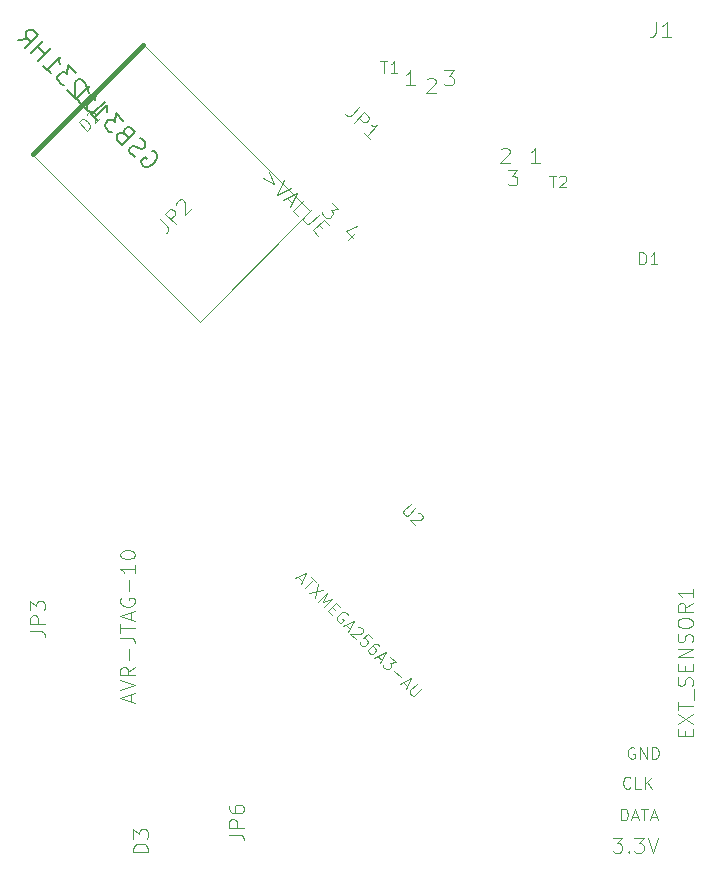
<source format=gbo>
%FSLAX34Y34*%
G04 Gerber Fmt 3.4, Leading zero omitted, Abs format*
G04 (created by PCBNEW (2014-03-19 BZR 4756)-product) date Sat 09 Aug 2014 12:53:28 PM PDT*
%MOIN*%
G01*
G70*
G90*
G04 APERTURE LIST*
%ADD10C,0.005906*%
%ADD11C,0.003937*%
%ADD12C,0.015748*%
%ADD13C,0.003500*%
G04 APERTURE END LIST*
G54D10*
G54D11*
X47375Y-35301D02*
X52943Y-40869D01*
X52943Y-40869D02*
X56617Y-37194D01*
X56617Y-37194D02*
X51049Y-31627D01*
G54D12*
X47383Y-35293D02*
X51041Y-31635D01*
G54D13*
X49172Y-34504D02*
X48894Y-34226D01*
X48960Y-34159D01*
X49013Y-34133D01*
X49066Y-34133D01*
X49106Y-34146D01*
X49172Y-34186D01*
X49212Y-34226D01*
X49251Y-34292D01*
X49265Y-34332D01*
X49265Y-34385D01*
X49238Y-34438D01*
X49172Y-34504D01*
X49185Y-33987D02*
X49185Y-33961D01*
X49198Y-33921D01*
X49265Y-33855D01*
X49304Y-33841D01*
X49331Y-33841D01*
X49371Y-33855D01*
X49397Y-33881D01*
X49424Y-33934D01*
X49424Y-34252D01*
X49596Y-34080D01*
G54D10*
X49759Y-33554D02*
X49421Y-33892D01*
X49361Y-33911D01*
X49321Y-33911D01*
X49262Y-33892D01*
X49182Y-33812D01*
X49162Y-33752D01*
X49162Y-33713D01*
X49182Y-33653D01*
X49520Y-33315D01*
X48685Y-33315D02*
X48924Y-33554D01*
X48804Y-33434D02*
X49222Y-33017D01*
X49202Y-33116D01*
X49202Y-33196D01*
X49222Y-33255D01*
X51340Y-35174D02*
X51399Y-35194D01*
X51459Y-35254D01*
X51499Y-35333D01*
X51499Y-35413D01*
X51479Y-35472D01*
X51419Y-35572D01*
X51360Y-35632D01*
X51260Y-35691D01*
X51201Y-35711D01*
X51121Y-35711D01*
X51042Y-35671D01*
X51002Y-35632D01*
X50962Y-35552D01*
X50962Y-35512D01*
X51101Y-35373D01*
X51181Y-35453D01*
X50783Y-35373D02*
X50703Y-35333D01*
X50604Y-35234D01*
X50584Y-35174D01*
X50584Y-35134D01*
X50604Y-35075D01*
X50644Y-35035D01*
X50703Y-35015D01*
X50743Y-35015D01*
X50803Y-35035D01*
X50902Y-35095D01*
X50962Y-35115D01*
X51002Y-35115D01*
X51061Y-35095D01*
X51101Y-35055D01*
X51121Y-34995D01*
X51121Y-34955D01*
X51101Y-34896D01*
X51002Y-34796D01*
X50922Y-34757D01*
X50425Y-34617D02*
X50346Y-34578D01*
X50306Y-34578D01*
X50246Y-34598D01*
X50186Y-34657D01*
X50167Y-34717D01*
X50167Y-34757D01*
X50186Y-34816D01*
X50346Y-34975D01*
X50763Y-34558D01*
X50624Y-34419D01*
X50564Y-34399D01*
X50525Y-34399D01*
X50465Y-34419D01*
X50425Y-34458D01*
X50405Y-34518D01*
X50405Y-34558D01*
X50425Y-34617D01*
X50564Y-34757D01*
X50385Y-34180D02*
X50127Y-33921D01*
X50107Y-34220D01*
X50047Y-34160D01*
X49988Y-34140D01*
X49948Y-34140D01*
X49888Y-34160D01*
X49789Y-34259D01*
X49769Y-34319D01*
X49769Y-34359D01*
X49789Y-34419D01*
X49908Y-34538D01*
X49968Y-34558D01*
X50007Y-34558D01*
X49312Y-33941D02*
X49550Y-34180D01*
X49431Y-34061D02*
X49848Y-33643D01*
X49829Y-33742D01*
X49829Y-33822D01*
X49848Y-33882D01*
X48914Y-33544D02*
X49152Y-33782D01*
X49033Y-33663D02*
X49451Y-33245D01*
X49431Y-33345D01*
X49431Y-33424D01*
X49451Y-33484D01*
X49133Y-33007D02*
X49133Y-32967D01*
X49113Y-32907D01*
X49013Y-32808D01*
X48954Y-32788D01*
X48914Y-32788D01*
X48854Y-32808D01*
X48814Y-32848D01*
X48775Y-32927D01*
X48775Y-33404D01*
X48516Y-33146D01*
X48795Y-32589D02*
X48536Y-32331D01*
X48516Y-32629D01*
X48456Y-32569D01*
X48397Y-32549D01*
X48357Y-32549D01*
X48297Y-32569D01*
X48198Y-32669D01*
X48178Y-32728D01*
X48178Y-32768D01*
X48198Y-32828D01*
X48317Y-32947D01*
X48377Y-32967D01*
X48417Y-32967D01*
X47721Y-32351D02*
X47959Y-32589D01*
X47840Y-32470D02*
X48258Y-32052D01*
X48238Y-32152D01*
X48238Y-32231D01*
X48258Y-32291D01*
X47542Y-32172D02*
X47959Y-31754D01*
X47761Y-31953D02*
X47522Y-31714D01*
X47303Y-31933D02*
X47721Y-31515D01*
X46866Y-31495D02*
X47204Y-31436D01*
X47104Y-31734D02*
X47522Y-31316D01*
X47363Y-31157D01*
X47303Y-31138D01*
X47263Y-31138D01*
X47204Y-31157D01*
X47144Y-31217D01*
X47124Y-31277D01*
X47124Y-31316D01*
X47144Y-31376D01*
X47303Y-31535D01*
G54D13*
X59959Y-46936D02*
X59730Y-47165D01*
X59717Y-47206D01*
X59717Y-47233D01*
X59730Y-47273D01*
X59784Y-47327D01*
X59824Y-47340D01*
X59851Y-47340D01*
X59892Y-47327D01*
X60121Y-47098D01*
X60215Y-47246D02*
X60242Y-47246D01*
X60282Y-47260D01*
X60350Y-47327D01*
X60363Y-47367D01*
X60363Y-47394D01*
X60350Y-47435D01*
X60323Y-47462D01*
X60269Y-47489D01*
X59946Y-47489D01*
X60121Y-47664D01*
X56214Y-49379D02*
X56349Y-49514D01*
X56107Y-49433D02*
X56484Y-49245D01*
X56295Y-49622D01*
X56632Y-49393D02*
X56793Y-49555D01*
X56430Y-49757D02*
X56713Y-49474D01*
X56861Y-49622D02*
X56766Y-50093D01*
X57049Y-49810D02*
X56578Y-49905D01*
X56874Y-50201D02*
X57157Y-49918D01*
X57049Y-50214D01*
X57346Y-50107D01*
X57063Y-50390D01*
X57346Y-50376D02*
X57440Y-50470D01*
X57332Y-50659D02*
X57197Y-50524D01*
X57480Y-50241D01*
X57615Y-50376D01*
X57871Y-50659D02*
X57857Y-50619D01*
X57817Y-50578D01*
X57763Y-50551D01*
X57709Y-50551D01*
X57669Y-50565D01*
X57602Y-50605D01*
X57561Y-50645D01*
X57521Y-50713D01*
X57507Y-50753D01*
X57507Y-50807D01*
X57534Y-50861D01*
X57561Y-50888D01*
X57615Y-50915D01*
X57642Y-50915D01*
X57736Y-50821D01*
X57682Y-50767D01*
X57804Y-50969D02*
X57938Y-51103D01*
X57696Y-51023D02*
X58073Y-50834D01*
X57884Y-51211D01*
X58221Y-51036D02*
X58248Y-51036D01*
X58288Y-51050D01*
X58356Y-51117D01*
X58369Y-51157D01*
X58369Y-51184D01*
X58356Y-51225D01*
X58329Y-51252D01*
X58275Y-51279D01*
X57952Y-51279D01*
X58127Y-51454D01*
X58666Y-51427D02*
X58531Y-51292D01*
X58383Y-51413D01*
X58410Y-51413D01*
X58450Y-51427D01*
X58517Y-51494D01*
X58531Y-51534D01*
X58531Y-51561D01*
X58517Y-51602D01*
X58450Y-51669D01*
X58410Y-51683D01*
X58383Y-51683D01*
X58342Y-51669D01*
X58275Y-51602D01*
X58262Y-51561D01*
X58262Y-51534D01*
X58921Y-51683D02*
X58868Y-51629D01*
X58827Y-51615D01*
X58800Y-51615D01*
X58733Y-51629D01*
X58666Y-51669D01*
X58558Y-51777D01*
X58544Y-51817D01*
X58544Y-51844D01*
X58558Y-51885D01*
X58612Y-51938D01*
X58652Y-51952D01*
X58679Y-51952D01*
X58719Y-51938D01*
X58787Y-51871D01*
X58800Y-51831D01*
X58800Y-51804D01*
X58787Y-51763D01*
X58733Y-51710D01*
X58693Y-51696D01*
X58666Y-51696D01*
X58625Y-51710D01*
X58854Y-52019D02*
X58989Y-52154D01*
X58746Y-52073D02*
X59124Y-51885D01*
X58935Y-52262D01*
X59285Y-52046D02*
X59460Y-52221D01*
X59258Y-52235D01*
X59299Y-52275D01*
X59312Y-52316D01*
X59312Y-52343D01*
X59299Y-52383D01*
X59231Y-52450D01*
X59191Y-52464D01*
X59164Y-52464D01*
X59124Y-52450D01*
X59043Y-52369D01*
X59029Y-52329D01*
X59029Y-52302D01*
X59406Y-52518D02*
X59622Y-52733D01*
X59716Y-52881D02*
X59851Y-53016D01*
X59608Y-52935D02*
X59986Y-52747D01*
X59797Y-53124D01*
X60174Y-52935D02*
X59945Y-53164D01*
X59932Y-53205D01*
X59932Y-53231D01*
X59945Y-53272D01*
X59999Y-53326D01*
X60039Y-53339D01*
X60066Y-53339D01*
X60107Y-53326D01*
X60336Y-53097D01*
X69098Y-54684D02*
X69098Y-54517D01*
X69360Y-54446D02*
X69360Y-54684D01*
X68860Y-54684D01*
X68860Y-54446D01*
X68860Y-54279D02*
X69360Y-53946D01*
X68860Y-53946D02*
X69360Y-54279D01*
X68860Y-53827D02*
X68860Y-53541D01*
X69360Y-53684D02*
X68860Y-53684D01*
X69407Y-53494D02*
X69407Y-53113D01*
X69336Y-53017D02*
X69360Y-52946D01*
X69360Y-52827D01*
X69336Y-52779D01*
X69312Y-52755D01*
X69264Y-52732D01*
X69217Y-52732D01*
X69169Y-52755D01*
X69145Y-52779D01*
X69121Y-52827D01*
X69098Y-52922D01*
X69074Y-52970D01*
X69050Y-52994D01*
X69002Y-53017D01*
X68955Y-53017D01*
X68907Y-52994D01*
X68883Y-52970D01*
X68860Y-52922D01*
X68860Y-52803D01*
X68883Y-52732D01*
X69098Y-52517D02*
X69098Y-52351D01*
X69360Y-52279D02*
X69360Y-52517D01*
X68860Y-52517D01*
X68860Y-52279D01*
X69360Y-52065D02*
X68860Y-52065D01*
X69360Y-51779D01*
X68860Y-51779D01*
X69336Y-51565D02*
X69360Y-51494D01*
X69360Y-51375D01*
X69336Y-51327D01*
X69312Y-51303D01*
X69264Y-51279D01*
X69217Y-51279D01*
X69169Y-51303D01*
X69145Y-51327D01*
X69121Y-51375D01*
X69098Y-51470D01*
X69074Y-51517D01*
X69050Y-51541D01*
X69002Y-51565D01*
X68955Y-51565D01*
X68907Y-51541D01*
X68883Y-51517D01*
X68860Y-51470D01*
X68860Y-51351D01*
X68883Y-51279D01*
X68860Y-50970D02*
X68860Y-50875D01*
X68883Y-50827D01*
X68931Y-50779D01*
X69026Y-50755D01*
X69193Y-50755D01*
X69288Y-50779D01*
X69336Y-50827D01*
X69360Y-50875D01*
X69360Y-50970D01*
X69336Y-51017D01*
X69288Y-51065D01*
X69193Y-51089D01*
X69026Y-51089D01*
X68931Y-51065D01*
X68883Y-51017D01*
X68860Y-50970D01*
X69360Y-50255D02*
X69121Y-50422D01*
X69360Y-50541D02*
X68860Y-50541D01*
X68860Y-50351D01*
X68883Y-50303D01*
X68907Y-50279D01*
X68955Y-50255D01*
X69026Y-50255D01*
X69074Y-50279D01*
X69098Y-50303D01*
X69121Y-50351D01*
X69121Y-50541D01*
X69360Y-49779D02*
X69360Y-50065D01*
X69360Y-49922D02*
X68860Y-49922D01*
X68931Y-49970D01*
X68979Y-50017D01*
X69002Y-50065D01*
X66974Y-57499D02*
X66974Y-57109D01*
X67066Y-57109D01*
X67122Y-57127D01*
X67159Y-57164D01*
X67178Y-57202D01*
X67196Y-57276D01*
X67196Y-57332D01*
X67178Y-57406D01*
X67159Y-57443D01*
X67122Y-57480D01*
X67066Y-57499D01*
X66974Y-57499D01*
X67345Y-57387D02*
X67531Y-57387D01*
X67308Y-57499D02*
X67438Y-57109D01*
X67568Y-57499D01*
X67642Y-57109D02*
X67865Y-57109D01*
X67754Y-57499D02*
X67754Y-57109D01*
X67976Y-57387D02*
X68162Y-57387D01*
X67939Y-57499D02*
X68069Y-57109D01*
X68199Y-57499D01*
X67287Y-56399D02*
X67268Y-56417D01*
X67213Y-56436D01*
X67176Y-56436D01*
X67120Y-56417D01*
X67083Y-56380D01*
X67064Y-56343D01*
X67046Y-56269D01*
X67046Y-56213D01*
X67064Y-56139D01*
X67083Y-56101D01*
X67120Y-56064D01*
X67176Y-56046D01*
X67213Y-56046D01*
X67268Y-56064D01*
X67287Y-56083D01*
X67640Y-56436D02*
X67454Y-56436D01*
X67454Y-56046D01*
X67770Y-56436D02*
X67770Y-56046D01*
X67993Y-56436D02*
X67826Y-56213D01*
X67993Y-56046D02*
X67770Y-56269D01*
X67419Y-55080D02*
X67382Y-55062D01*
X67326Y-55062D01*
X67270Y-55080D01*
X67233Y-55117D01*
X67215Y-55154D01*
X67196Y-55229D01*
X67196Y-55284D01*
X67215Y-55359D01*
X67233Y-55396D01*
X67270Y-55433D01*
X67326Y-55452D01*
X67363Y-55452D01*
X67419Y-55433D01*
X67437Y-55414D01*
X67437Y-55284D01*
X67363Y-55284D01*
X67605Y-55452D02*
X67605Y-55062D01*
X67827Y-55452D01*
X67827Y-55062D01*
X68013Y-55452D02*
X68013Y-55062D01*
X68106Y-55062D01*
X68162Y-55080D01*
X68199Y-55117D01*
X68217Y-55154D01*
X68236Y-55229D01*
X68236Y-55284D01*
X68217Y-55359D01*
X68199Y-55396D01*
X68162Y-55433D01*
X68106Y-55452D01*
X68013Y-55452D01*
X66702Y-58072D02*
X67012Y-58072D01*
X66845Y-58263D01*
X66917Y-58263D01*
X66964Y-58286D01*
X66988Y-58310D01*
X67012Y-58358D01*
X67012Y-58477D01*
X66988Y-58525D01*
X66964Y-58548D01*
X66917Y-58572D01*
X66774Y-58572D01*
X66726Y-58548D01*
X66702Y-58525D01*
X67226Y-58525D02*
X67250Y-58548D01*
X67226Y-58572D01*
X67202Y-58548D01*
X67226Y-58525D01*
X67226Y-58572D01*
X67417Y-58072D02*
X67726Y-58072D01*
X67559Y-58263D01*
X67631Y-58263D01*
X67679Y-58286D01*
X67702Y-58310D01*
X67726Y-58358D01*
X67726Y-58477D01*
X67702Y-58525D01*
X67679Y-58548D01*
X67631Y-58572D01*
X67488Y-58572D01*
X67440Y-58548D01*
X67417Y-58525D01*
X67869Y-58072D02*
X68036Y-58572D01*
X68202Y-58072D01*
X47276Y-51186D02*
X47633Y-51186D01*
X47704Y-51210D01*
X47752Y-51258D01*
X47776Y-51329D01*
X47776Y-51377D01*
X47776Y-50948D02*
X47276Y-50948D01*
X47276Y-50758D01*
X47300Y-50710D01*
X47323Y-50686D01*
X47371Y-50662D01*
X47442Y-50662D01*
X47490Y-50686D01*
X47514Y-50710D01*
X47538Y-50758D01*
X47538Y-50948D01*
X47276Y-50496D02*
X47276Y-50186D01*
X47466Y-50353D01*
X47466Y-50281D01*
X47490Y-50234D01*
X47514Y-50210D01*
X47561Y-50186D01*
X47680Y-50186D01*
X47728Y-50210D01*
X47752Y-50234D01*
X47776Y-50281D01*
X47776Y-50424D01*
X47752Y-50472D01*
X47728Y-50496D01*
X50633Y-53543D02*
X50633Y-53305D01*
X50776Y-53591D02*
X50276Y-53424D01*
X50776Y-53258D01*
X50276Y-53162D02*
X50776Y-52996D01*
X50276Y-52829D01*
X50776Y-52377D02*
X50538Y-52543D01*
X50776Y-52662D02*
X50276Y-52662D01*
X50276Y-52472D01*
X50300Y-52424D01*
X50323Y-52400D01*
X50371Y-52377D01*
X50442Y-52377D01*
X50490Y-52400D01*
X50514Y-52424D01*
X50538Y-52472D01*
X50538Y-52662D01*
X50585Y-52162D02*
X50585Y-51781D01*
X50276Y-51400D02*
X50633Y-51400D01*
X50704Y-51424D01*
X50752Y-51472D01*
X50776Y-51543D01*
X50776Y-51591D01*
X50276Y-51234D02*
X50276Y-50948D01*
X50776Y-51091D02*
X50276Y-51091D01*
X50633Y-50805D02*
X50633Y-50567D01*
X50776Y-50853D02*
X50276Y-50686D01*
X50776Y-50520D01*
X50300Y-50091D02*
X50276Y-50139D01*
X50276Y-50210D01*
X50300Y-50281D01*
X50347Y-50329D01*
X50395Y-50353D01*
X50490Y-50377D01*
X50561Y-50377D01*
X50657Y-50353D01*
X50704Y-50329D01*
X50752Y-50281D01*
X50776Y-50210D01*
X50776Y-50162D01*
X50752Y-50091D01*
X50728Y-50067D01*
X50561Y-50067D01*
X50561Y-50162D01*
X50585Y-49853D02*
X50585Y-49472D01*
X50776Y-48972D02*
X50776Y-49258D01*
X50776Y-49115D02*
X50276Y-49115D01*
X50347Y-49162D01*
X50395Y-49210D01*
X50419Y-49258D01*
X50276Y-48662D02*
X50276Y-48615D01*
X50300Y-48567D01*
X50323Y-48543D01*
X50371Y-48520D01*
X50466Y-48496D01*
X50585Y-48496D01*
X50680Y-48520D01*
X50728Y-48543D01*
X50752Y-48567D01*
X50776Y-48615D01*
X50776Y-48662D01*
X50752Y-48710D01*
X50728Y-48734D01*
X50680Y-48758D01*
X50585Y-48781D01*
X50466Y-48781D01*
X50371Y-48758D01*
X50323Y-48734D01*
X50300Y-48710D01*
X50276Y-48662D01*
X58245Y-33724D02*
X57992Y-33976D01*
X57925Y-34010D01*
X57858Y-34010D01*
X57790Y-33976D01*
X57757Y-33943D01*
X58060Y-34246D02*
X58413Y-33892D01*
X58548Y-34027D01*
X58565Y-34077D01*
X58565Y-34111D01*
X58548Y-34162D01*
X58497Y-34212D01*
X58447Y-34229D01*
X58413Y-34229D01*
X58363Y-34212D01*
X58228Y-34077D01*
X58598Y-34785D02*
X58396Y-34582D01*
X58497Y-34684D02*
X58851Y-34330D01*
X58767Y-34347D01*
X58700Y-34347D01*
X58649Y-34330D01*
X57332Y-36905D02*
X57551Y-37124D01*
X57299Y-37141D01*
X57349Y-37192D01*
X57366Y-37242D01*
X57366Y-37276D01*
X57349Y-37326D01*
X57265Y-37411D01*
X57215Y-37427D01*
X57181Y-37427D01*
X57130Y-37411D01*
X57029Y-37310D01*
X57013Y-37259D01*
X57013Y-37225D01*
X58107Y-37916D02*
X57871Y-38151D01*
X58157Y-37697D02*
X57821Y-37865D01*
X58040Y-38084D01*
X55240Y-35897D02*
X55408Y-36267D01*
X55038Y-36099D01*
X55745Y-36166D02*
X55509Y-36638D01*
X55981Y-36402D01*
X55829Y-36756D02*
X55997Y-36924D01*
X55694Y-36823D02*
X56166Y-36587D01*
X55930Y-37059D01*
X56216Y-37345D02*
X56048Y-37177D01*
X56401Y-36823D01*
X56688Y-37109D02*
X56401Y-37395D01*
X56385Y-37446D01*
X56385Y-37480D01*
X56401Y-37530D01*
X56469Y-37597D01*
X56519Y-37614D01*
X56553Y-37614D01*
X56603Y-37597D01*
X56890Y-37311D01*
X56890Y-37648D02*
X57008Y-37766D01*
X56873Y-38001D02*
X56705Y-37833D01*
X57058Y-37480D01*
X57226Y-37648D01*
X67583Y-38957D02*
X67583Y-38563D01*
X67677Y-38563D01*
X67733Y-38582D01*
X67770Y-38620D01*
X67789Y-38657D01*
X67808Y-38732D01*
X67808Y-38788D01*
X67789Y-38863D01*
X67770Y-38901D01*
X67733Y-38938D01*
X67677Y-38957D01*
X67583Y-38957D01*
X68183Y-38957D02*
X67958Y-38957D01*
X68070Y-38957D02*
X68070Y-38563D01*
X68033Y-38620D01*
X67995Y-38657D01*
X67958Y-38676D01*
X51210Y-58558D02*
X50710Y-58558D01*
X50710Y-58438D01*
X50734Y-58367D01*
X50781Y-58319D01*
X50829Y-58296D01*
X50924Y-58272D01*
X50996Y-58272D01*
X51091Y-58296D01*
X51139Y-58319D01*
X51186Y-58367D01*
X51210Y-58438D01*
X51210Y-58558D01*
X50710Y-58105D02*
X50710Y-57796D01*
X50900Y-57962D01*
X50900Y-57891D01*
X50924Y-57843D01*
X50948Y-57819D01*
X50996Y-57796D01*
X51115Y-57796D01*
X51162Y-57819D01*
X51186Y-57843D01*
X51210Y-57891D01*
X51210Y-58034D01*
X51186Y-58081D01*
X51162Y-58105D01*
X58952Y-32185D02*
X59176Y-32185D01*
X59064Y-32579D02*
X59064Y-32185D01*
X59514Y-32579D02*
X59289Y-32579D01*
X59401Y-32579D02*
X59401Y-32185D01*
X59364Y-32242D01*
X59326Y-32279D01*
X59289Y-32298D01*
X60507Y-32793D02*
X60530Y-32770D01*
X60578Y-32746D01*
X60697Y-32746D01*
X60745Y-32770D01*
X60769Y-32793D01*
X60792Y-32841D01*
X60792Y-32889D01*
X60769Y-32960D01*
X60483Y-33246D01*
X60792Y-33246D01*
X61083Y-32496D02*
X61392Y-32496D01*
X61226Y-32686D01*
X61297Y-32686D01*
X61345Y-32710D01*
X61369Y-32734D01*
X61392Y-32781D01*
X61392Y-32900D01*
X61369Y-32948D01*
X61345Y-32972D01*
X61297Y-32996D01*
X61154Y-32996D01*
X61107Y-32972D01*
X61083Y-32948D01*
X60092Y-32996D02*
X59807Y-32996D01*
X59950Y-32996D02*
X59950Y-32496D01*
X59902Y-32567D01*
X59854Y-32615D01*
X59807Y-32639D01*
X64581Y-36004D02*
X64806Y-36004D01*
X64694Y-36398D02*
X64694Y-36004D01*
X64919Y-36042D02*
X64938Y-36023D01*
X64975Y-36004D01*
X65069Y-36004D01*
X65106Y-36023D01*
X65125Y-36042D01*
X65144Y-36079D01*
X65144Y-36117D01*
X65125Y-36173D01*
X64900Y-36398D01*
X65144Y-36398D01*
X64262Y-35576D02*
X63977Y-35576D01*
X64120Y-35576D02*
X64120Y-35076D01*
X64072Y-35147D01*
X64024Y-35195D01*
X63977Y-35219D01*
X62977Y-35123D02*
X63000Y-35100D01*
X63048Y-35076D01*
X63167Y-35076D01*
X63215Y-35100D01*
X63239Y-35123D01*
X63262Y-35171D01*
X63262Y-35219D01*
X63239Y-35290D01*
X62953Y-35576D01*
X63262Y-35576D01*
X63203Y-35826D02*
X63512Y-35826D01*
X63346Y-36016D01*
X63417Y-36016D01*
X63465Y-36040D01*
X63489Y-36064D01*
X63512Y-36111D01*
X63512Y-36230D01*
X63489Y-36278D01*
X63465Y-36302D01*
X63417Y-36326D01*
X63274Y-36326D01*
X63227Y-36302D01*
X63203Y-36278D01*
X68140Y-30867D02*
X68140Y-31225D01*
X68116Y-31296D01*
X68068Y-31344D01*
X67997Y-31367D01*
X67949Y-31367D01*
X68640Y-31367D02*
X68354Y-31367D01*
X68497Y-31367D02*
X68497Y-30867D01*
X68449Y-30939D01*
X68402Y-30986D01*
X68354Y-31010D01*
X51601Y-37445D02*
X51853Y-37698D01*
X51887Y-37765D01*
X51887Y-37832D01*
X51853Y-37900D01*
X51820Y-37933D01*
X52123Y-37630D02*
X51769Y-37277D01*
X51904Y-37142D01*
X51954Y-37125D01*
X51988Y-37125D01*
X52039Y-37142D01*
X52089Y-37193D01*
X52106Y-37243D01*
X52106Y-37277D01*
X52089Y-37327D01*
X51954Y-37462D01*
X52140Y-36974D02*
X52140Y-36940D01*
X52156Y-36890D01*
X52241Y-36805D01*
X52291Y-36789D01*
X52325Y-36789D01*
X52375Y-36805D01*
X52409Y-36839D01*
X52443Y-36906D01*
X52443Y-37310D01*
X52661Y-37092D01*
X53899Y-57975D02*
X54256Y-57975D01*
X54327Y-57999D01*
X54375Y-58047D01*
X54399Y-58118D01*
X54399Y-58166D01*
X54399Y-57737D02*
X53899Y-57737D01*
X53899Y-57547D01*
X53923Y-57499D01*
X53947Y-57475D01*
X53994Y-57451D01*
X54066Y-57451D01*
X54113Y-57475D01*
X54137Y-57499D01*
X54161Y-57547D01*
X54161Y-57737D01*
X53899Y-57023D02*
X53899Y-57118D01*
X53923Y-57166D01*
X53947Y-57190D01*
X54018Y-57237D01*
X54113Y-57261D01*
X54304Y-57261D01*
X54351Y-57237D01*
X54375Y-57213D01*
X54399Y-57166D01*
X54399Y-57070D01*
X54375Y-57023D01*
X54351Y-56999D01*
X54304Y-56975D01*
X54185Y-56975D01*
X54137Y-56999D01*
X54113Y-57023D01*
X54089Y-57070D01*
X54089Y-57166D01*
X54113Y-57213D01*
X54137Y-57237D01*
X54185Y-57261D01*
M02*

</source>
